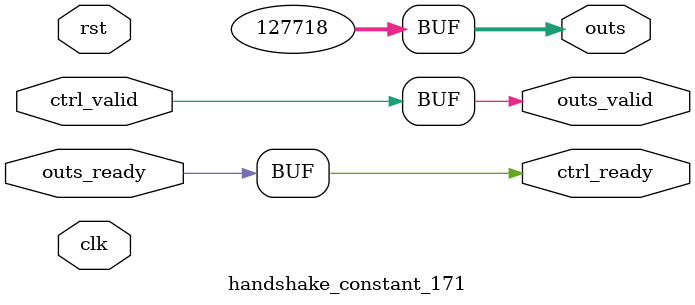
<source format=v>
`timescale 1ns / 1ps
module handshake_constant_171 #(
  parameter DATA_WIDTH = 32  // Default set to 32 bits
) (
  input                       clk,
  input                       rst,
  // Input Channel
  input                       ctrl_valid,
  output                      ctrl_ready,
  // Output Channel
  output [DATA_WIDTH - 1 : 0] outs,
  output                      outs_valid,
  input                       outs_ready
);
  assign outs       = 17'b11111001011100110;
  assign outs_valid = ctrl_valid;
  assign ctrl_ready = outs_ready;

endmodule

</source>
